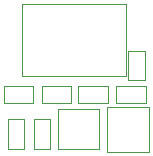
<source format=gbr>
%TF.GenerationSoftware,KiCad,Pcbnew,4.0.7*%
%TF.CreationDate,2017-12-10T14:51:51+08:00*%
%TF.ProjectId,MicroUSB,4D6963726F5553422E6B696361645F70,rev?*%
%TF.FileFunction,Other,User*%
%FSLAX46Y46*%
G04 Gerber Fmt 4.6, Leading zero omitted, Abs format (unit mm)*
G04 Created by KiCad (PCBNEW 4.0.7) date 12/10/17 14:51:51*
%MOMM*%
%LPD*%
G01*
G04 APERTURE LIST*
%ADD10C,0.100000*%
%ADD11C,0.050000*%
G04 APERTURE END LIST*
D10*
D11*
X6530000Y-12590000D02*
X6530000Y-9190000D01*
X6530000Y-9190000D02*
X10030000Y-9190000D01*
X10030000Y-9190000D02*
X10030000Y-12590000D01*
X10030000Y-12590000D02*
X6530000Y-12590000D01*
X14280000Y-12820000D02*
X14280000Y-9020000D01*
X10680000Y-12820000D02*
X14280000Y-12820000D01*
X10680000Y-9020000D02*
X10680000Y-12820000D01*
X14280000Y-9020000D02*
X10680000Y-9020000D01*
X13990000Y-8670000D02*
X11490000Y-8670000D01*
X13990000Y-8670000D02*
X13990000Y-7270000D01*
X11490000Y-7270000D02*
X11490000Y-8670000D01*
X11490000Y-7270000D02*
X13990000Y-7270000D01*
X8290000Y-7270000D02*
X10790000Y-7270000D01*
X8290000Y-7270000D02*
X8290000Y-8670000D01*
X10790000Y-8670000D02*
X10790000Y-7270000D01*
X10790000Y-8670000D02*
X8290000Y-8670000D01*
X12520000Y-6730000D02*
X12520000Y-4230000D01*
X12520000Y-6730000D02*
X13920000Y-6730000D01*
X13920000Y-4230000D02*
X12520000Y-4230000D01*
X13920000Y-4230000D02*
X13920000Y-6730000D01*
X5200000Y-7270000D02*
X7700000Y-7270000D01*
X5200000Y-7270000D02*
X5200000Y-8670000D01*
X7700000Y-8670000D02*
X7700000Y-7270000D01*
X7700000Y-8670000D02*
X5200000Y-8670000D01*
X4490000Y-8670000D02*
X1990000Y-8670000D01*
X4490000Y-8670000D02*
X4490000Y-7270000D01*
X1990000Y-7270000D02*
X1990000Y-8670000D01*
X1990000Y-7270000D02*
X4490000Y-7270000D01*
X2320000Y-12530000D02*
X2320000Y-10030000D01*
X2320000Y-12530000D02*
X3720000Y-12530000D01*
X3720000Y-10030000D02*
X2320000Y-10030000D01*
X3720000Y-10030000D02*
X3720000Y-12530000D01*
X4510000Y-12530000D02*
X4510000Y-10030000D01*
X4510000Y-12530000D02*
X5910000Y-12530000D01*
X5910000Y-10030000D02*
X4510000Y-10030000D01*
X5910000Y-10030000D02*
X5910000Y-12530000D01*
X12340000Y-300000D02*
X3540000Y-300000D01*
X3540000Y-6400000D02*
X3540000Y-300000D01*
X12340000Y-6400000D02*
X3540000Y-6400000D01*
X12340000Y-300000D02*
X12340000Y-6400000D01*
M02*

</source>
